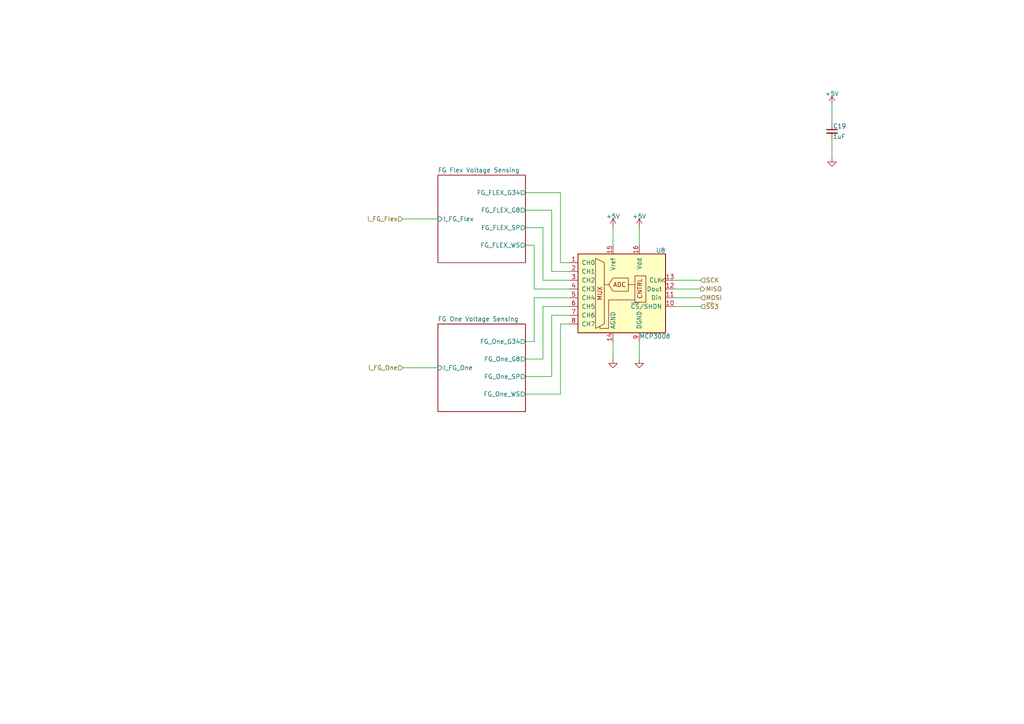
<source format=kicad_sch>
(kicad_sch (version 20230121) (generator eeschema)
  (paper "A4")
  (title_block (title "SMA Voltage Measurement ADC") (date "2023-12-09") (rev "0.5") (company "/dev/tal e.V."))
  (lib_symbols
    (symbol "Analog_ADC:MCP3008" (pin_names (offset 1.016))
      (property "Reference" "U" (at -5.08 13.335 0))
      (property "Value" "MCP3008" (at -5.08 11.43 0))
      (symbol "MCP3008_0_0"
        (text "ADC" (at -0.635 1.27 0) (effects (font (size 1.27 1.27))))
        (text "CNTRL" (at 5.969 -2.921 900) (effects (font (size 1.27 1.27)) (justify left bottom)))
        (text "MUX" (at -6.35 -1.27 900) (effects (font (size 1.27 1.27))))
      )
      (symbol "MCP3008_0_1"
        (polyline (pts (xy -3.81 1.27) (xy -5.08 1.27)))
        (polyline (pts (xy 1.905 1.27) (xy 3.81 1.27)))
        (polyline (pts (xy -7.62 8.89) (xy -7.62 -11.43) (xy -5.08 -10.16) (xy -5.08 7.62) (xy -7.62 8.89)))
        (polyline (pts (xy 3.81 -3.175) (xy -3.81 -3.175) (xy -3.81 -11.43) (xy -6.35 -11.43) (xy -6.35 -10.795)))
        (polyline (pts (xy 1.905 3.175) (xy 1.905 -0.635) (xy -2.54 -0.635) (xy -3.81 1.27) (xy -2.54 3.175) (xy 1.905 3.175)))
        (rectangle (start 3.81 -3.81) (end 6.985 3.81))
        (rectangle (start 12.7 -12.7) (end -12.7 10.16) (stroke (width 0.254)) (fill (type background)))
      )
      (symbol "MCP3008_1_1"
        (pin input line (at -15.24 7.62 0) (length 2.54) (name "CH0") (number "1"))
        (pin input line (at 15.24 -5.08 180) (length 2.54) (name "~{CS}/SHDN") (number "10"))
        (pin input line (at 15.24 -2.54 180) (length 2.54) (name "Din") (number "11"))
        (pin output line (at 15.24 0 180) (length 2.54) (name "Dout") (number "12"))
        (pin input clock (at 15.24 2.54 180) (length 2.54) (name "CLK") (number "13"))
        (pin power_in line (at -2.54 -15.24 90) (length 2.54) (name "AGND") (number "14"))
        (pin power_in line (at -2.54 12.7 270) (length 2.54) (name "Vref") (number "15"))
        (pin power_in line (at 5.08 12.7 270) (length 2.54) (name "Vdd") (number "16"))
        (pin input line (at -15.24 5.08 0) (length 2.54) (name "CH1") (number "2"))
        (pin input line (at -15.24 2.54 0) (length 2.54) (name "CH2") (number "3"))
        (pin input line (at -15.24 0 0) (length 2.54) (name "CH3") (number "4"))
        (pin input line (at -15.24 -2.54 0) (length 2.54) (name "CH4") (number "5"))
        (pin input line (at -15.24 -5.08 0) (length 2.54) (name "CH5") (number "6"))
        (pin input line (at -15.24 -7.62 0) (length 2.54) (name "CH6") (number "7"))
        (pin input line (at -15.24 -10.16 0) (length 2.54) (name "CH7") (number "8"))
        (pin power_in line (at 5.08 -15.24 90) (length 2.54) (name "DGND") (number "9"))
      )
    )
    (symbol "Device:C_Small" (pin_numbers hide) (pin_names (offset 0.254) hide)
      (property "Reference" "C" (at 0.254 1.778 0))
      (property "Value" "C_Small" (at 0.254 -2.032 0))
      (symbol "C_Small_0_1"
        (polyline (pts (xy -1.524 -0.508) (xy 1.524 -0.508)) (stroke (width 0.3302)))
        (polyline (pts (xy -1.524 0.508) (xy 1.524 0.508)) (stroke (width 0.3048)))
      )
      (symbol "C_Small_1_1"
        (pin passive line (at 0 2.54 270) (length 2.032) (name "~") (number "1"))
        (pin passive line (at 0 -2.54 90) (length 2.032) (name "~") (number "2"))
      )
    )
    (symbol "power:+5V" (power) (pin_names (offset 0))
      (property "Value" "+5V" (at 0 3.556 0))
      (symbol "+5V_0_1"
        (polyline (pts (xy -0.762 1.27) (xy 0 2.54)))
        (polyline (pts (xy 0 0) (xy 0 2.54)))
        (polyline (pts (xy 0 2.54) (xy 0.762 1.27)))
      )
      (symbol "+5V_1_1"
        (pin power_in line (at 0 0 90) (length 0) hide (name "+5V") (number "1"))
      )
    )
    (symbol "power:GND" (power) (pin_names (offset 0))
      (property "Value" "GND" (at 0 -3.81 0))
      (symbol "GND_0_1"
        (polyline (pts (xy 0 0) (xy 0 -1.27) (xy 1.27 -1.27) (xy 0 -2.54) (xy -1.27 -1.27) (xy 0 -1.27)))
      )
      (symbol "GND_1_1"
        (pin power_in line (at 0 0 270) (length 0) hide (name "GND") (number "1"))
      )
    )
  )
  (wire (pts (xy 152.4 99.06) (xy 154.94 99.06)))
  (wire (pts (xy 185.42 99.06) (xy 185.42 104.14)))
  (wire (pts (xy 160.02 91.44) (xy 165.1 91.44)))
  (wire (pts (xy 116.84 63.5) (xy 127 63.5)))
  (wire (pts (xy 195.58 81.28) (xy 203.2 81.28)))
  (wire (pts (xy 152.4 114.3) (xy 162.56 114.3)))
  (wire (pts (xy 177.8 99.06) (xy 177.8 104.14)))
  (wire (pts (xy 116.84 106.68) (xy 127 106.68)))
  (wire (pts (xy 160.02 78.74) (xy 165.1 78.74)))
  (wire (pts (xy 185.42 66.04) (xy 185.42 71.12)))
  (wire (pts (xy 165.1 81.28) (xy 157.48 81.28)))
  (wire (pts (xy 152.4 104.14) (xy 157.48 104.14)))
  (wire (pts (xy 154.94 99.06) (xy 154.94 86.36)))
  (wire (pts (xy 154.94 86.36) (xy 165.1 86.36)))
  (wire (pts (xy 195.58 83.82) (xy 203.2 83.82)))
  (wire (pts (xy 195.58 88.9) (xy 203.2 88.9)))
  (wire (pts (xy 157.48 104.14) (xy 157.48 88.9)))
  (wire (pts (xy 152.4 60.96) (xy 160.02 60.96)))
  (wire (pts (xy 160.02 109.22) (xy 160.02 91.44)))
  (wire (pts (xy 162.56 76.2) (xy 162.56 55.88)))
  (wire (pts (xy 177.8 66.04) (xy 177.8 71.12)))
  (wire (pts (xy 154.94 71.12) (xy 154.94 83.82)))
  (wire (pts (xy 241.3 40.64) (xy 241.3 45.72)))
  (wire (pts (xy 241.3 30.48) (xy 241.3 35.56)))
  (wire (pts (xy 195.58 86.36) (xy 203.2 86.36)))
  (wire (pts (xy 152.4 109.22) (xy 160.02 109.22)))
  (wire (pts (xy 157.48 88.9) (xy 165.1 88.9)))
  (wire (pts (xy 154.94 83.82) (xy 165.1 83.82)))
  (wire (pts (xy 162.56 93.98) (xy 165.1 93.98)))
  (wire (pts (xy 162.56 114.3) (xy 162.56 93.98)))
  (wire (pts (xy 160.02 60.96) (xy 160.02 78.74)))
  (wire (pts (xy 152.4 71.12) (xy 154.94 71.12)))
  (wire (pts (xy 157.48 66.04) (xy 152.4 66.04)))
  (wire (pts (xy 165.1 76.2) (xy 162.56 76.2)))
  (wire (pts (xy 162.56 55.88) (xy 152.4 55.88)))
  (wire (pts (xy 157.48 81.28) (xy 157.48 66.04)))
  (hierarchical_label "MOSI" (shape input) (at 203.2 86.36 0))
  (hierarchical_label "I_FG_One" (shape input) (at 116.84 106.68 180))
  (hierarchical_label "I_FG_Flex" (shape input) (at 116.84 63.5 180))
  (hierarchical_label "SCK" (shape input) (at 203.2 81.28 0))
  (hierarchical_label "MISO" (shape output) (at 203.2 83.82 0))
  (hierarchical_label "~{SS}3" (shape input) (at 203.2 88.9 0))
  (symbol (lib_id "power:+5V") (at 177.8 66.04 0) (unit 1)
    (property "Reference" "#PWR060" (effects hide))
    (property "Value" "+5V" (at 177.8 62.738 0))
    (instances (project "fg_lampe" (path "" (reference "#PWR060") (unit 1)) (path "" (reference "#PWR0131") (unit 1))))
  )
  (symbol (lib_id "Analog_ADC:MCP3008") (at 180.34 83.82 0) (unit 1)
    (property "Reference" "U8" (at 190.246 72.644 0) (effects (justify left)))
    (property "Value" "MCP3008" (at 185.42 97.536 0) (effects (justify left)))
    (property "Footprint" "Package_DIP:DIP-16_W7.62mm_Socket_LongPads" (effects hide))
    (property "Datasheet" "http://ww1.microchip.com/downloads/en/DeviceDoc/21295d.pdf" (effects hide))
    (instances (project "fg_lampe" (path "" (reference "U8") (unit 1)) (path "" (reference "U13") (unit 1))))
  )
  (symbol (lib_id "power:GND") (at 177.8 104.14 0) (unit 1)
    (property "Reference" "#PWR057" (effects hide))
    (property "Value" "GND" (effects hide))
    (instances (project "fg_lampe" (path "" (reference "#PWR057") (unit 1)) (path "" (reference "#PWR0132") (unit 1))))
  )
  (symbol (lib_id "power:+5V") (at 241.3 30.48 0) (unit 1)
    (property "Reference" "#PWR061" (effects hide))
    (property "Value" "+5V" (at 241.3 27.178 0))
    (instances (project "fg_lampe" (path "" (reference "#PWR061") (unit 1)) (path "" (reference "#PWR0135") (unit 1))))
  )
  (symbol (lib_id "Device:C_Small") (at 241.3 38.1 0) (unit 1)
    (property "Reference" "C19" (at 241.554 36.576 0) (effects (justify left)))
    (property "Value" "1uF" (at 241.554 39.624 0) (effects (justify left)))
    (property "Footprint" "Capacitor_THT:C_Disc_D4.7mm_W2.5mm_P5.00mm" (effects hide))
    (property "Datasheet" "https://product.tdk.com/en/system/files?file=dam/doc/product/capacitor/ceramic/lead-mlcc/catalog/leadmlcc_halogenfree_fg_en.pdf" (effects hide))
    (property "Manufacturer" "TDK Corporation" (effects hide))
    (property "Part Nr." "FG28X5R1H105KRT06" (effects hide))
    (instances (project "fg_lampe" (path "" (reference "C19") (unit 1)) (path "" (reference "C35") (unit 1))))
  )
  (symbol (lib_id "power:GND") (at 185.42 104.14 0) (unit 1)
    (property "Reference" "#PWR058" (effects hide))
    (property "Value" "GND" (effects hide))
    (instances (project "fg_lampe" (path "" (reference "#PWR058") (unit 1)) (path "" (reference "#PWR0134") (unit 1))))
  )
  (symbol (lib_id "power:+5V") (at 185.42 66.04 0) (unit 1)
    (property "Reference" "#PWR059" (effects hide))
    (property "Value" "+5V" (at 185.42 62.738 0))
    (instances (project "fg_lampe" (path "" (reference "#PWR059") (unit 1)) (path "" (reference "#PWR0133") (unit 1))))
  )
  (symbol (lib_id "power:GND") (at 241.3 45.72 0) (unit 1)
    (property "Reference" "#PWR062" (effects hide))
    (property "Value" "GND" (effects hide))
    (instances (project "fg_lampe" (path "" (reference "#PWR062") (unit 1)) (path "" (reference "#PWR0136") (unit 1))))
  )
  (sheet (at 127 93.98) (size 25.4 25.4) (stroke (width 0.1524))
    (property "Sheetname" "FG One Voltage Sensing" (at 127 93.2684 0) (effects (justify left bottom)))
    (property "Sheetfile" "fg_one_voltage_sensing.kicad_sch" (effects hide))
    (pin "I_FG_One" input (at 127 106.68 180))
    (pin "FG_One_WS" output (at 152.4 114.3 0))
    (pin "FG_One_SP" output (at 152.4 109.22 0))
    (pin "FG_One_G8" output (at 152.4 104.14 0))
    (pin "FG_One_G34" output (at 152.4 99.06 0))
  )
  (sheet (at 127 50.8) (size 25.4 25.4) (stroke (width 0.1524))
    (property "Sheetname" "FG Flex Voltage Sensing" (at 127 50.0884 0) (effects (justify left bottom)))
    (property "Sheetfile" "fg_flex_voltage_sensing.kicad_sch" (effects hide))
    (pin "FG_FLEX_WS" output (at 152.4 71.12 0))
    (pin "FG_FLEX_G8" output (at 152.4 60.96 0))
    (pin "FG_FLEX_G34" output (at 152.4 55.88 0))
    (pin "FG_FLEX_SP" output (at 152.4 66.04 0))
    (pin "I_FG_Flex" input (at 127 63.5 180))
  )
)
</source>
